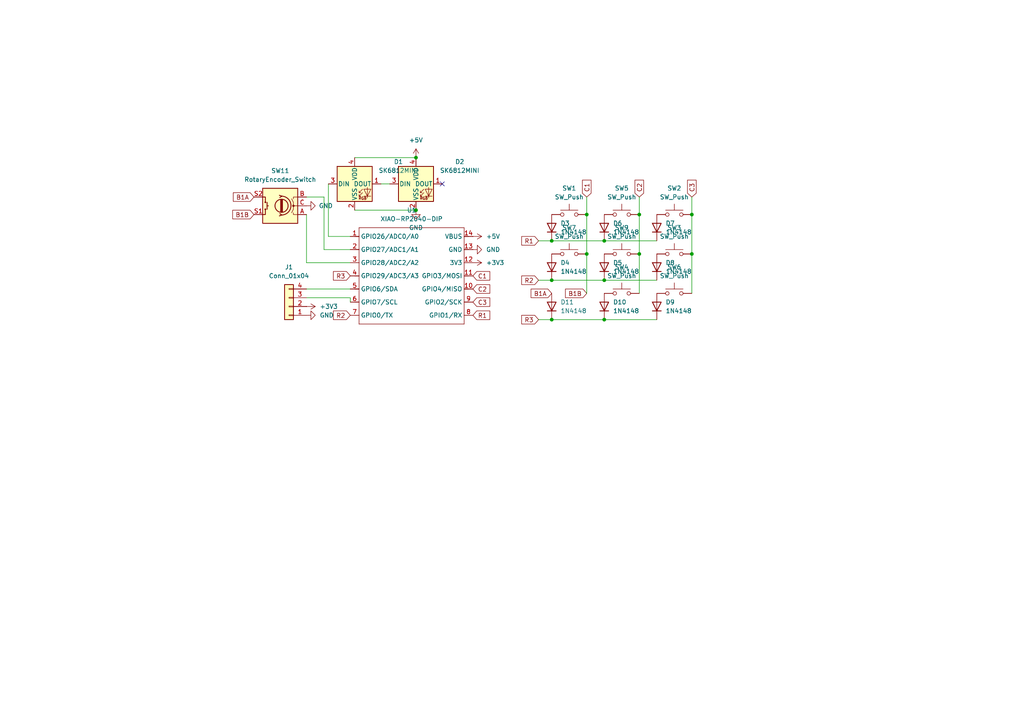
<source format=kicad_sch>
(kicad_sch (version 20250114) (generator "eeschema") (generator_version "9.0")
  (paper "A4")
  (lib_symbols
    (symbol "Connector_Generic:Conn_01x04" (pin_names (offset 1.016) (hide yes))
      (property "Reference" "J" (at 0 5.08 0))
      (property "Value" "Conn_01x04" (at 0 -7.62 0))
      (symbol "Conn_01x04_1_1"
        (rectangle (start -1.27 3.81) (end 1.27 -6.35) (stroke (width 0.254)) (fill (type background)))
        (rectangle (start -1.27 2.667) (end 0 2.413) (stroke (width 0.1524)))
        (rectangle (start -1.27 0.127) (end 0 -0.127) (stroke (width 0.1524)))
        (rectangle (start -1.27 -2.413) (end 0 -2.667) (stroke (width 0.1524)))
        (rectangle (start -1.27 -4.953) (end 0 -5.207) (stroke (width 0.1524)))
        (pin passive line (at -5.08 2.54 0) (length 3.81) (name "Pin_1") (number "1"))
        (pin passive line (at -5.08 0 0) (length 3.81) (name "Pin_2") (number "2"))
        (pin passive line (at -5.08 -2.54 0) (length 3.81) (name "Pin_3") (number "3"))
        (pin passive line (at -5.08 -5.08 0) (length 3.81) (name "Pin_4") (number "4"))
      )
    )
    (symbol "Device:RotaryEncoder_Switch" (pin_names (offset 0.254) (hide yes))
      (property "Reference" "SW" (at 0 6.604 0))
      (property "Value" "RotaryEncoder_Switch" (at 0 -6.604 0))
      (symbol "RotaryEncoder_Switch_0_1"
        (rectangle (start -5.08 5.08) (end 5.08 -5.08) (stroke (width 0.254)) (fill (type background)))
        (polyline (pts (xy -5.08 2.54) (xy -3.81 2.54) (xy -3.81 2.032)))
        (polyline (pts (xy -5.08 0) (xy -3.81 0) (xy -3.81 -1.016) (xy -3.302 -2.032)))
        (polyline (pts (xy -5.08 -2.54) (xy -3.81 -2.54) (xy -3.81 -2.032)))
        (polyline (pts (xy -4.318 0) (xy -3.81 0) (xy -3.81 1.016) (xy -3.302 2.032)))
        (circle (center -3.81 0) (radius 0.254) (fill (type outline)))
        (polyline (pts (xy -0.635 -1.778) (xy -0.635 1.778)) (stroke (width 0.254)))
        (circle (center -0.381 0) (radius 1.905) (stroke (width 0.254)))
        (polyline (pts (xy -0.381 -1.778) (xy -0.381 1.778)) (stroke (width 0.254)))
        (arc (start -0.381 -2.794) (mid -3.0988 -0.0635) (end -0.381 2.667) (stroke (width 0.254)))
        (polyline (pts (xy -0.127 1.778) (xy -0.127 -1.778)) (stroke (width 0.254)))
        (polyline (pts (xy 0.254 2.921) (xy -0.508 2.667) (xy 0.127 2.286)) (stroke (width 0.254)))
        (polyline (pts (xy 0.254 -3.048) (xy -0.508 -2.794) (xy 0.127 -2.413)) (stroke (width 0.254)))
        (polyline (pts (xy 3.81 1.016) (xy 3.81 -1.016)) (stroke (width 0.254)))
        (polyline (pts (xy 3.81 0) (xy 3.429 0)) (stroke (width 0.254)))
        (circle (center 4.318 1.016) (radius 0.127) (stroke (width 0.254)))
        (circle (center 4.318 -1.016) (radius 0.127) (stroke (width 0.254)))
        (polyline (pts (xy 5.08 2.54) (xy 4.318 2.54) (xy 4.318 1.016)) (stroke (width 0.254)))
        (polyline (pts (xy 5.08 -2.54) (xy 4.318 -2.54) (xy 4.318 -1.016)) (stroke (width 0.254)))
      )
      (symbol "RotaryEncoder_Switch_1_1"
        (pin passive line (at -7.62 2.54 0) (length 2.54) (name "A") (number "A"))
        (pin passive line (at -7.62 0 0) (length 2.54) (name "C") (number "C"))
        (pin passive line (at -7.62 -2.54 0) (length 2.54) (name "B") (number "B"))
        (pin passive line (at 7.62 2.54 180) (length 2.54) (name "S1") (number "S1"))
        (pin passive line (at 7.62 -2.54 180) (length 2.54) (name "S2") (number "S2"))
      )
    )
    (symbol "Diode:1N4148" (pin_numbers (hide yes)) (pin_names (hide yes))
      (property "Reference" "D" (at 0 2.54 0))
      (property "Value" "1N4148" (at 0 -2.54 0))
      (symbol "1N4148_0_1"
        (polyline (pts (xy -1.27 1.27) (xy -1.27 -1.27)) (stroke (width 0.254)))
        (polyline (pts (xy 1.27 1.27) (xy 1.27 -1.27) (xy -1.27 0) (xy 1.27 1.27)) (stroke (width 0.254)))
        (polyline (pts (xy 1.27 0) (xy -1.27 0)))
      )
      (symbol "1N4148_1_1"
        (pin passive line (at -3.81 0 0) (length 2.54) (name "K") (number "1"))
        (pin passive line (at 3.81 0 180) (length 2.54) (name "A") (number "2"))
      )
    )
    (symbol "LED:SK6812MINI" (pin_names (offset 0.254))
      (property "Reference" "D" (at 5.08 5.715 0))
      (property "Value" "SK6812MINI" (at 1.27 -5.715 0))
      (symbol "SK6812MINI_0_0"
        (text "RGB" (at 2.286 -4.191 0) (effects (font (size 0.762 0.762))))
      )
      (symbol "SK6812MINI_0_1"
        (polyline (pts (xy 1.27 -2.54) (xy 1.778 -2.54)))
        (polyline (pts (xy 1.27 -3.556) (xy 1.778 -3.556)))
        (polyline (pts (xy 2.286 -1.524) (xy 1.27 -2.54) (xy 1.27 -2.032)))
        (polyline (pts (xy 2.286 -2.54) (xy 1.27 -3.556) (xy 1.27 -3.048)))
        (polyline (pts (xy 3.683 -1.016) (xy 3.683 -3.556) (xy 3.683 -4.064)))
        (polyline (pts (xy 4.699 -1.524) (xy 2.667 -1.524) (xy 3.683 -3.556) (xy 4.699 -1.524)))
        (polyline (pts (xy 4.699 -3.556) (xy 2.667 -3.556)))
        (rectangle (start 5.08 5.08) (end -5.08 -5.08) (stroke (width 0.254)) (fill (type background)))
      )
      (symbol "SK6812MINI_1_1"
        (pin input line (at -7.62 0 0) (length 2.54) (name "DIN") (number "3"))
        (pin power_in line (at 0 7.62 270) (length 2.54) (name "VDD") (number "4"))
        (pin power_in line (at 0 -7.62 90) (length 2.54) (name "VSS") (number "2"))
        (pin output line (at 7.62 0 180) (length 2.54) (name "DOUT") (number "1"))
      )
    )
    (symbol "Seeed_Studio_XIAO_Series:XIAO-RP2040-DIP"
      (property "Reference" "U" (at 0 0 0))
      (property "Value" "XIAO-RP2040-DIP" (at 5.334 -1.778 0))
      (symbol "XIAO-RP2040-DIP_1_0"
        (polyline (pts (xy -1.27 -2.54) (xy 29.21 -2.54)) (stroke (width 0.1524)))
        (polyline (pts (xy -1.27 -5.08) (xy -2.54 -5.08)) (stroke (width 0.1524)))
        (polyline (pts (xy -1.27 -5.08) (xy -1.27 -2.54)) (stroke (width 0.1524)))
        (polyline (pts (xy -1.27 -8.89) (xy -2.54 -8.89)) (stroke (width 0.1524)))
        (polyline (pts (xy -1.27 -8.89) (xy -1.27 -5.08)) (stroke (width 0.1524)))
        (polyline (pts (xy -1.27 -12.7) (xy -2.54 -12.7)) (stroke (width 0.1524)))
        (polyline (pts (xy -1.27 -12.7) (xy -1.27 -8.89)) (stroke (width 0.1524)))
        (polyline (pts (xy -1.27 -16.51) (xy -2.54 -16.51)) (stroke (width 0.1524)))
        (polyline (pts (xy -1.27 -16.51) (xy -1.27 -12.7)) (stroke (width 0.1524)))
        (polyline (pts (xy -1.27 -20.32) (xy -2.54 -20.32)) (stroke (width 0.1524)))
        (polyline (pts (xy -1.27 -24.13) (xy -2.54 -24.13)) (stroke (width 0.1524)))
        (polyline (pts (xy -1.27 -27.94) (xy -2.54 -27.94)) (stroke (width 0.1524)))
        (polyline (pts (xy -1.27 -30.48) (xy -1.27 -16.51)) (stroke (width 0.1524)))
        (polyline (pts (xy 29.21 -2.54) (xy 29.21 -5.08)) (stroke (width 0.1524)))
        (polyline (pts (xy 29.21 -5.08) (xy 29.21 -8.89)) (stroke (width 0.1524)))
        (polyline (pts (xy 29.21 -8.89) (xy 29.21 -12.7)) (stroke (width 0.1524)))
        (polyline (pts (xy 29.21 -12.7) (xy 29.21 -30.48)) (stroke (width 0.1524)))
        (polyline (pts (xy 29.21 -30.48) (xy -1.27 -30.48)) (stroke (width 0.1524)))
        (polyline (pts (xy 30.48 -5.08) (xy 29.21 -5.08)) (stroke (width 0.1524)))
        (polyline (pts (xy 30.48 -8.89) (xy 29.21 -8.89)) (stroke (width 0.1524)))
        (polyline (pts (xy 30.48 -12.7) (xy 29.21 -12.7)) (stroke (width 0.1524)))
        (polyline (pts (xy 30.48 -16.51) (xy 29.21 -16.51)) (stroke (width 0.1524)))
        (polyline (pts (xy 30.48 -20.32) (xy 29.21 -20.32)) (stroke (width 0.1524)))
        (polyline (pts (xy 30.48 -24.13) (xy 29.21 -24.13)) (stroke (width 0.1524)))
        (polyline (pts (xy 30.48 -27.94) (xy 29.21 -27.94)) (stroke (width 0.1524)))
        (pin passive line (at -3.81 -5.08 0) (length 2.54) (name "GPIO26/ADC0/A0") (number "1"))
        (pin passive line (at -3.81 -8.89 0) (length 2.54) (name "GPIO27/ADC1/A1") (number "2"))
        (pin passive line (at -3.81 -12.7 0) (length 2.54) (name "GPIO28/ADC2/A2") (number "3"))
        (pin passive line (at -3.81 -16.51 0) (length 2.54) (name "GPIO29/ADC3/A3") (number "4"))
        (pin passive line (at -3.81 -20.32 0) (length 2.54) (name "GPIO6/SDA") (number "5"))
        (pin passive line (at -3.81 -24.13 0) (length 2.54) (name "GPIO7/SCL") (number "6"))
        (pin passive line (at -3.81 -27.94 0) (length 2.54) (name "GPIO0/TX") (number "7"))
        (pin passive line (at 31.75 -5.08 180) (length 2.54) (name "VBUS") (number "14"))
        (pin passive line (at 31.75 -8.89 180) (length 2.54) (name "GND") (number "13"))
        (pin passive line (at 31.75 -12.7 180) (length 2.54) (name "3V3") (number "12"))
        (pin passive line (at 31.75 -16.51 180) (length 2.54) (name "GPIO3/MOSI") (number "11"))
        (pin passive line (at 31.75 -20.32 180) (length 2.54) (name "GPIO4/MISO") (number "10"))
        (pin passive line (at 31.75 -24.13 180) (length 2.54) (name "GPIO2/SCK") (number "9"))
        (pin passive line (at 31.75 -27.94 180) (length 2.54) (name "GPIO1/RX") (number "8"))
      )
    )
    (symbol "Switch:SW_Push" (pin_numbers (hide yes)) (pin_names (offset 1.016) (hide yes))
      (property "Reference" "SW" (at 1.27 2.54 0))
      (property "Value" "SW_Push" (at 0 -1.524 0))
      (symbol "SW_Push_0_1"
        (circle (center -2.032 0) (radius 0.508))
        (polyline (pts (xy 0 1.27) (xy 0 3.048)))
        (circle (center 2.032 0) (radius 0.508))
        (polyline (pts (xy 2.54 1.27) (xy -2.54 1.27)))
        (pin passive line (at -5.08 0 0) (length 2.54) (name "1") (number "1"))
        (pin passive line (at 5.08 0 180) (length 2.54) (name "2") (number "2"))
      )
    )
    (symbol "power:+3V3" (power) (pin_numbers (hide yes)) (pin_names (offset 0) (hide yes))
      (property "Value" "+3V3" (at 0 3.556 0))
      (symbol "+3V3_0_1"
        (polyline (pts (xy -0.762 1.27) (xy 0 2.54)))
        (polyline (pts (xy 0 2.54) (xy 0.762 1.27)))
        (polyline (pts (xy 0 0) (xy 0 2.54)))
      )
      (symbol "+3V3_1_1"
        (pin power_in line (at 0 0 90) (length 0) (name "~") (number "1"))
      )
    )
    (symbol "power:+5V" (power) (pin_numbers (hide yes)) (pin_names (offset 0) (hide yes))
      (property "Value" "+5V" (at 0 3.556 0))
      (symbol "+5V_0_1"
        (polyline (pts (xy -0.762 1.27) (xy 0 2.54)))
        (polyline (pts (xy 0 2.54) (xy 0.762 1.27)))
        (polyline (pts (xy 0 0) (xy 0 2.54)))
      )
      (symbol "+5V_1_1"
        (pin power_in line (at 0 0 90) (length 0) (name "~") (number "1"))
      )
    )
    (symbol "power:GND" (power) (pin_numbers (hide yes)) (pin_names (offset 0) (hide yes))
      (property "Value" "GND" (at 0 -3.81 0))
      (symbol "GND_0_1"
        (polyline (pts (xy 0 0) (xy 0 -1.27) (xy 1.27 -1.27) (xy 0 -2.54) (xy -1.27 -1.27) (xy 0 -1.27)))
      )
      (symbol "GND_1_1"
        (pin power_in line (at 0 0 270) (length 0) (name "~") (number "1"))
      )
    )
  )
  (junction (at 175.26 92.71))
  (junction (at 175.26 69.85))
  (junction (at 170.18 73.66))
  (junction (at 185.42 62.23))
  (junction (at 160.02 69.85))
  (junction (at 160.02 92.71))
  (junction (at 185.42 73.66))
  (junction (at 120.65 45.72))
  (junction (at 200.66 62.23))
  (junction (at 175.26 81.28))
  (junction (at 200.66 73.66))
  (junction (at 170.18 62.23))
  (junction (at 160.02 81.28))
  (junction (at 120.65 60.96))
  (no_connect (at 128.27 53.34))
  (wire (pts (xy 170.18 57.15) (xy 170.18 62.23)))
  (wire (pts (xy 185.42 57.15) (xy 185.42 62.23)))
  (wire (pts (xy 156.21 81.28) (xy 160.02 81.28)))
  (wire (pts (xy 185.42 73.66) (xy 185.42 85.09)))
  (wire (pts (xy 95.25 53.34) (xy 95.25 68.58)))
  (wire (pts (xy 102.87 45.72) (xy 120.65 45.72)))
  (wire (pts (xy 93.98 57.15) (xy 93.98 72.39)))
  (wire (pts (xy 88.9 83.82) (xy 101.6 83.82)))
  (wire (pts (xy 88.9 57.15) (xy 93.98 57.15)))
  (wire (pts (xy 156.21 69.85) (xy 160.02 69.85)))
  (wire (pts (xy 95.25 68.58) (xy 101.6 68.58)))
  (wire (pts (xy 101.6 86.36) (xy 101.6 87.63)))
  (wire (pts (xy 160.02 92.71) (xy 175.26 92.71)))
  (wire (pts (xy 175.26 81.28) (xy 190.5 81.28)))
  (wire (pts (xy 156.21 92.71) (xy 160.02 92.71)))
  (wire (pts (xy 160.02 69.85) (xy 175.26 69.85)))
  (wire (pts (xy 175.26 92.71) (xy 190.5 92.71)))
  (wire (pts (xy 170.18 73.66) (xy 170.18 85.09)))
  (wire (pts (xy 101.6 76.2) (xy 88.9 76.2)))
  (wire (pts (xy 88.9 76.2) (xy 88.9 62.23)))
  (wire (pts (xy 102.87 60.96) (xy 120.65 60.96)))
  (wire (pts (xy 170.18 62.23) (xy 170.18 73.66)))
  (wire (pts (xy 175.26 69.85) (xy 190.5 69.85)))
  (wire (pts (xy 160.02 81.28) (xy 175.26 81.28)))
  (wire (pts (xy 200.66 62.23) (xy 200.66 73.66)))
  (wire (pts (xy 185.42 62.23) (xy 185.42 73.66)))
  (wire (pts (xy 93.98 72.39) (xy 101.6 72.39)))
  (wire (pts (xy 88.9 86.36) (xy 101.6 86.36)))
  (wire (pts (xy 110.49 53.34) (xy 113.03 53.34)))
  (wire (pts (xy 200.66 73.66) (xy 200.66 85.09)))
  (wire (pts (xy 200.66 57.15) (xy 200.66 62.23)))
  (global_label "C2" (shape input) (at 137.16 83.82 0) (property "Intersheetrefs" "${INTERSHEET_REFS}" (effects (hide yes))))
  (global_label "B1B" (shape input) (at 170.18 85.09 180) (property "Intersheetrefs" "${INTERSHEET_REFS}" (effects (hide yes))))
  (global_label "C1" (shape input) (at 137.16 80.01 0) (property "Intersheetrefs" "${INTERSHEET_REFS}" (effects (hide yes))))
  (global_label "R1" (shape input) (at 156.21 69.85 180) (property "Intersheetrefs" "${INTERSHEET_REFS}" (effects (hide yes))))
  (global_label "C3" (shape input) (at 200.66 57.15 90) (property "Intersheetrefs" "${INTERSHEET_REFS}" (effects (hide yes))))
  (global_label "R2" (shape input) (at 101.6 91.44 180) (property "Intersheetrefs" "${INTERSHEET_REFS}" (effects (hide yes))))
  (global_label "B1B" (shape input) (at 73.66 62.23 180) (property "Intersheetrefs" "${INTERSHEET_REFS}" (effects (hide yes))))
  (global_label "R3" (shape input) (at 156.21 92.71 180) (property "Intersheetrefs" "${INTERSHEET_REFS}" (effects (hide yes))))
  (global_label "C2" (shape input) (at 185.42 57.15 90) (property "Intersheetrefs" "${INTERSHEET_REFS}" (effects (hide yes))))
  (global_label "C1" (shape input) (at 170.18 57.15 90) (property "Intersheetrefs" "${INTERSHEET_REFS}" (effects (hide yes))))
  (global_label "R3" (shape input) (at 101.6 80.01 180) (property "Intersheetrefs" "${INTERSHEET_REFS}" (effects (hide yes))))
  (global_label "R1" (shape input) (at 137.16 91.44 0) (property "Intersheetrefs" "${INTERSHEET_REFS}" (effects (hide yes))))
  (global_label "R2" (shape input) (at 156.21 81.28 180) (property "Intersheetrefs" "${INTERSHEET_REFS}" (effects (hide yes))))
  (global_label "C3" (shape input) (at 137.16 87.63 0) (property "Intersheetrefs" "${INTERSHEET_REFS}" (effects (hide yes))))
  (global_label "B1A" (shape input) (at 73.66 57.15 180) (property "Intersheetrefs" "${INTERSHEET_REFS}" (effects (hide yes))))
  (global_label "B1A" (shape input) (at 160.02 85.09 180) (property "Intersheetrefs" "${INTERSHEET_REFS}" (effects (hide yes))))
  (symbol (lib_id "power:+5V") (at 137.16 68.58 270) (unit 1)
    (property "Reference" "#PWR04" (effects (hide yes)))
    (property "Value" "+5V" (at 140.97 68.5799 90) (effects (justify left)))
    (property "Description" "Power symbol creates a global label with name \"+5V\"" (effects (hide yes)))
  )
  (symbol (lib_id "Diode:1N4148") (at 190.5 77.47 90) (unit 1)
    (property "Reference" "D8" (at 193.04 76.1999 90) (effects (justify right)))
    (property "Value" "1N4148" (at 193.04 78.7399 90) (effects (justify right)))
    (property "Footprint" "Diode_THT:D_DO-35_SOD27_P7.62mm_Horizontal" (effects (hide yes)))
    (property "Datasheet" "https://assets.nexperia.com/documents/data-sheet/1N4148_1N4448.pdf" (effects (hide yes)))
    (property "Description" "100V 0.15A standard switching diode, DO-35" (effects (hide yes)))
    (property "Sim.Device" "D" (effects (hide yes)))
    (property "Sim.Pins" "1=K 2=A" (effects (hide yes)))
  )
  (symbol (lib_id "Seeed_Studio_XIAO_Series:XIAO-RP2040-DIP") (at 105.41 63.5 0) (unit 1)
    (property "Reference" "U1" (at 119.38 60.96 0))
    (property "Value" "XIAO-RP2040-DIP" (at 119.38 63.5 0))
    (property "Footprint" "Module:XIAO-RP2040-DIP" (effects (hide yes)))
  )
  (symbol (lib_id "Switch:SW_Push") (at 180.34 62.23 0) (unit 1)
    (property "Reference" "SW5" (at 180.34 54.61 0))
    (property "Value" "SW_Push" (at 180.34 57.15 0))
    (property "Footprint" "Button_Switch_Keyboard:SW_Cherry_MX_1.00u_PCB" (effects (hide yes)))
    (property "Description" "Push button switch, generic, two pins" (effects (hide yes)))
  )
  (symbol (lib_id "Switch:SW_Push") (at 195.58 62.23 0) (unit 1)
    (property "Reference" "SW2" (at 195.58 54.61 0))
    (property "Value" "SW_Push" (at 195.58 57.15 0))
    (property "Footprint" "Button_Switch_Keyboard:SW_Cherry_MX_1.00u_PCB" (effects (hide yes)))
    (property "Description" "Push button switch, generic, two pins" (effects (hide yes)))
  )
  (symbol (lib_id "Switch:SW_Push") (at 195.58 73.66 0) (unit 1)
    (property "Reference" "SW3" (at 195.58 66.04 0))
    (property "Value" "SW_Push" (at 195.58 68.58 0))
    (property "Footprint" "Button_Switch_Keyboard:SW_Cherry_MX_1.00u_PCB" (effects (hide yes)))
    (property "Description" "Push button switch, generic, two pins" (effects (hide yes)))
  )
  (symbol (lib_id "power:GND") (at 137.16 72.39 90) (unit 1)
    (property "Reference" "#PWR03" (effects (hide yes)))
    (property "Value" "GND" (at 140.97 72.3899 90) (effects (justify right)))
    (property "Description" "Power symbol creates a global label with name \"GND\" , ground" (effects (hide yes)))
  )
  (symbol (lib_id "Switch:SW_Push") (at 165.1 62.23 0) (unit 1)
    (property "Reference" "SW1" (at 165.1 54.61 0))
    (property "Value" "SW_Push" (at 165.1 57.15 0))
    (property "Footprint" "Button_Switch_Keyboard:SW_Cherry_MX_1.00u_PCB" (effects (hide yes)))
    (property "Description" "Push button switch, generic, two pins" (effects (hide yes)))
  )
  (symbol (lib_id "LED:SK6812MINI") (at 102.87 53.34 0) (unit 1)
    (property "Reference" "D1" (at 115.57 46.9198 0))
    (property "Value" "SK6812MINI" (at 115.57 49.4598 0))
    (property "Footprint" "LED_SMD:LED_SK6812MINI_PLCC4_3.5x3.5mm_P1.75mm" (effects (hide yes)))
    (property "Datasheet" "https://cdn-shop.adafruit.com/product-files/2686/SK6812MINI_REV.01-1-2.pdf" (effects (hide yes)))
    (property "Description" "RGB LED with integrated controller" (effects (hide yes)))
  )
  (symbol (lib_id "power:+3V3") (at 137.16 76.2 270) (unit 1)
    (property "Reference" "#PWR01" (effects (hide yes)))
    (property "Value" "+3V3" (at 140.97 76.1999 90) (effects (justify left)))
    (property "Description" "Power symbol creates a global label with name \"+3V3\"" (effects (hide yes)))
  )
  (symbol (lib_id "Diode:1N4148") (at 190.5 66.04 90) (unit 1)
    (property "Reference" "D7" (at 193.04 64.7699 90) (effects (justify right)))
    (property "Value" "1N4148" (at 193.04 67.3099 90) (effects (justify right)))
    (property "Footprint" "Diode_THT:D_DO-35_SOD27_P7.62mm_Horizontal" (effects (hide yes)))
    (property "Datasheet" "https://assets.nexperia.com/documents/data-sheet/1N4148_1N4448.pdf" (effects (hide yes)))
    (property "Description" "100V 0.15A standard switching diode, DO-35" (effects (hide yes)))
    (property "Sim.Device" "D" (effects (hide yes)))
    (property "Sim.Pins" "1=K 2=A" (effects (hide yes)))
  )
  (symbol (lib_id "Switch:SW_Push") (at 165.1 73.66 0) (unit 1)
    (property "Reference" "SW7" (at 165.1 66.04 0))
    (property "Value" "SW_Push" (at 165.1 68.58 0))
    (property "Footprint" "Button_Switch_Keyboard:SW_Cherry_MX_1.00u_PCB" (effects (hide yes)))
    (property "Description" "Push button switch, generic, two pins" (effects (hide yes)))
  )
  (symbol (lib_id "Device:RotaryEncoder_Switch") (at 81.28 59.69 180) (unit 1)
    (property "Reference" "SW11" (at 81.28 49.53 0))
    (property "Value" "RotaryEncoder_Switch" (at 81.28 52.07 0))
    (property "Footprint" "Rotary_Encoder:RotaryEncoder_Alps_EC12E-Switch_Vertical_H20mm" (effects (hide yes)))
    (property "Description" "Rotary encoder, dual channel, incremental quadrate outputs, with switch" (effects (hide yes)))
  )
  (symbol (lib_id "Diode:1N4148") (at 160.02 66.04 90) (unit 1)
    (property "Reference" "D3" (at 162.56 64.7699 90) (effects (justify right)))
    (property "Value" "1N4148" (at 162.56 67.3099 90) (effects (justify right)))
    (property "Footprint" "Diode_THT:D_DO-35_SOD27_P7.62mm_Horizontal" (effects (hide yes)))
    (property "Datasheet" "https://assets.nexperia.com/documents/data-sheet/1N4148_1N4448.pdf" (effects (hide yes)))
    (property "Description" "100V 0.15A standard switching diode, DO-35" (effects (hide yes)))
    (property "Sim.Device" "D" (effects (hide yes)))
    (property "Sim.Pins" "1=K 2=A" (effects (hide yes)))
  )
  (symbol (lib_id "Diode:1N4148") (at 175.26 77.47 90) (unit 1)
    (property "Reference" "D5" (at 177.8 76.1999 90) (effects (justify right)))
    (property "Value" "1N4148" (at 177.8 78.7399 90) (effects (justify right)))
    (property "Footprint" "Diode_THT:D_DO-35_SOD27_P7.62mm_Horizontal" (effects (hide yes)))
    (property "Datasheet" "https://assets.nexperia.com/documents/data-sheet/1N4148_1N4448.pdf" (effects (hide yes)))
    (property "Description" "100V 0.15A standard switching diode, DO-35" (effects (hide yes)))
    (property "Sim.Device" "D" (effects (hide yes)))
    (property "Sim.Pins" "1=K 2=A" (effects (hide yes)))
  )
  (symbol (lib_id "Connector_Generic:Conn_01x04") (at 83.82 88.9 180) (unit 1)
    (property "Reference" "J1" (at 83.82 77.47 0))
    (property "Value" "Conn_01x04" (at 83.82 80.01 0))
    (property "Footprint" "Display:SSD1306-0.91-OLED-4pin-128x32" (effects (hide yes)))
    (property "Description" "Generic connector, single row, 01x04, script generated (kicad-library-utils/schlib/autogen/connector/)" (effects (hide yes)))
  )
  (symbol (lib_id "Diode:1N4148") (at 160.02 88.9 90) (unit 1)
    (property "Reference" "D11" (at 162.56 87.6299 90) (effects (justify right)))
    (property "Value" "1N4148" (at 162.56 90.1699 90) (effects (justify right)))
    (property "Footprint" "Diode_THT:D_DO-35_SOD27_P7.62mm_Horizontal" (effects (hide yes)))
    (property "Datasheet" "https://assets.nexperia.com/documents/data-sheet/1N4148_1N4448.pdf" (effects (hide yes)))
    (property "Description" "100V 0.15A standard switching diode, DO-35" (effects (hide yes)))
    (property "Sim.Device" "D" (effects (hide yes)))
    (property "Sim.Pins" "1=K 2=A" (effects (hide yes)))
  )
  (symbol (lib_id "Diode:1N4148") (at 175.26 66.04 90) (unit 1)
    (property "Reference" "D6" (at 177.8 64.7699 90) (effects (justify right)))
    (property "Value" "1N4148" (at 177.8 67.3099 90) (effects (justify right)))
    (property "Footprint" "Diode_THT:D_DO-35_SOD27_P7.62mm_Horizontal" (effects (hide yes)))
    (property "Datasheet" "https://assets.nexperia.com/documents/data-sheet/1N4148_1N4448.pdf" (effects (hide yes)))
    (property "Description" "100V 0.15A standard switching diode, DO-35" (effects (hide yes)))
    (property "Sim.Device" "D" (effects (hide yes)))
    (property "Sim.Pins" "1=K 2=A" (effects (hide yes)))
  )
  (symbol (lib_id "Switch:SW_Push") (at 180.34 73.66 0) (unit 1)
    (property "Reference" "SW9" (at 180.34 66.04 0))
    (property "Value" "SW_Push" (at 180.34 68.58 0))
    (property "Footprint" "Button_Switch_Keyboard:SW_Cherry_MX_1.00u_PCB" (effects (hide yes)))
    (property "Description" "Push button switch, generic, two pins" (effects (hide yes)))
  )
  (symbol (lib_id "Diode:1N4148") (at 160.02 77.47 90) (unit 1)
    (property "Reference" "D4" (at 162.56 76.1999 90) (effects (justify right)))
    (property "Value" "1N4148" (at 162.56 78.7399 90) (effects (justify right)))
    (property "Footprint" "Diode_THT:D_DO-35_SOD27_P7.62mm_Horizontal" (effects (hide yes)))
    (property "Datasheet" "https://assets.nexperia.com/documents/data-sheet/1N4148_1N4448.pdf" (effects (hide yes)))
    (property "Description" "100V 0.15A standard switching diode, DO-35" (effects (hide yes)))
    (property "Sim.Device" "D" (effects (hide yes)))
    (property "Sim.Pins" "1=K 2=A" (effects (hide yes)))
  )
  (symbol (lib_id "Diode:1N4148") (at 175.26 88.9 90) (unit 1)
    (property "Reference" "D10" (at 177.8 87.6299 90) (effects (justify right)))
    (property "Value" "1N4148" (at 177.8 90.1699 90) (effects (justify right)))
    (property "Footprint" "Diode_THT:D_DO-35_SOD27_P7.62mm_Horizontal" (effects (hide yes)))
    (property "Datasheet" "https://assets.nexperia.com/documents/data-sheet/1N4148_1N4448.pdf" (effects (hide yes)))
    (property "Description" "100V 0.15A standard switching diode, DO-35" (effects (hide yes)))
    (property "Sim.Device" "D" (effects (hide yes)))
    (property "Sim.Pins" "1=K 2=A" (effects (hide yes)))
  )
  (symbol (lib_id "Switch:SW_Push") (at 195.58 85.09 0) (unit 1)
    (property "Reference" "SW6" (at 195.58 77.47 0))
    (property "Value" "SW_Push" (at 195.58 80.01 0))
    (property "Footprint" "Button_Switch_Keyboard:SW_Cherry_MX_1.00u_PCB" (effects (hide yes)))
    (property "Description" "Push button switch, generic, two pins" (effects (hide yes)))
  )
  (symbol (lib_id "LED:SK6812MINI") (at 120.65 53.34 0) (unit 1)
    (property "Reference" "D2" (at 133.35 46.9198 0))
    (property "Value" "SK6812MINI" (at 133.35 49.4598 0))
    (property "Footprint" "LED_SMD:LED_SK6812MINI_PLCC4_3.5x3.5mm_P1.75mm" (effects (hide yes)))
    (property "Datasheet" "https://cdn-shop.adafruit.com/product-files/2686/SK6812MINI_REV.01-1-2.pdf" (effects (hide yes)))
    (property "Description" "RGB LED with integrated controller" (effects (hide yes)))
  )
  (symbol (lib_id "Diode:1N4148") (at 190.5 88.9 90) (unit 1)
    (property "Reference" "D9" (at 193.04 87.6299 90) (effects (justify right)))
    (property "Value" "1N4148" (at 193.04 90.1699 90) (effects (justify right)))
    (property "Footprint" "Diode_THT:D_DO-35_SOD27_P7.62mm_Horizontal" (effects (hide yes)))
    (property "Datasheet" "https://assets.nexperia.com/documents/data-sheet/1N4148_1N4448.pdf" (effects (hide yes)))
    (property "Description" "100V 0.15A standard switching diode, DO-35" (effects (hide yes)))
    (property "Sim.Device" "D" (effects (hide yes)))
    (property "Sim.Pins" "1=K 2=A" (effects (hide yes)))
  )
  (symbol (lib_id "power:GND") (at 88.9 91.44 90) (unit 1)
    (property "Reference" "#PWR07" (effects (hide yes)))
    (property "Value" "GND" (at 92.71 91.4399 90) (effects (justify right)))
    (property "Description" "Power symbol creates a global label with name \"GND\" , ground" (effects (hide yes)))
  )
  (symbol (lib_id "power:GND") (at 120.65 60.96 0) (unit 1)
    (property "Reference" "#PWR02" (effects (hide yes)))
    (property "Value" "GND" (at 120.65 66.04 0))
    (property "Description" "Power symbol creates a global label with name \"GND\" , ground" (effects (hide yes)))
  )
  (symbol (lib_id "power:+3V3") (at 88.9 88.9 270) (unit 1)
    (property "Reference" "#PWR06" (effects (hide yes)))
    (property "Value" "+3V3" (at 92.71 88.8999 90) (effects (justify left)))
    (property "Description" "Power symbol creates a global label with name \"+3V3\"" (effects (hide yes)))
  )
  (symbol (lib_id "power:+5V") (at 120.65 45.72 0) (unit 1)
    (property "Reference" "#PWR05" (effects (hide yes)))
    (property "Value" "+5V" (at 120.65 40.64 0))
    (property "Description" "Power symbol creates a global label with name \"+5V\"" (effects (hide yes)))
  )
  (symbol (lib_id "power:GND") (at 88.9 59.69 90) (unit 1)
    (property "Reference" "#PWR08" (effects (hide yes)))
    (property "Value" "GND" (at 92.456 59.69 90) (effects (justify right)))
    (property "Description" "Power symbol creates a global label with name \"GND\" , ground" (effects (hide yes)))
  )
  (symbol (lib_id "Switch:SW_Push") (at 180.34 85.09 0) (unit 1)
    (property "Reference" "SW4" (at 180.34 77.47 0))
    (property "Value" "SW_Push" (at 180.34 80.01 0))
    (property "Footprint" "Button_Switch_Keyboard:SW_Cherry_MX_1.00u_PCB" (effects (hide yes)))
    (property "Description" "Push button switch, generic, two pins" (effects (hide yes)))
  )
)
</source>
